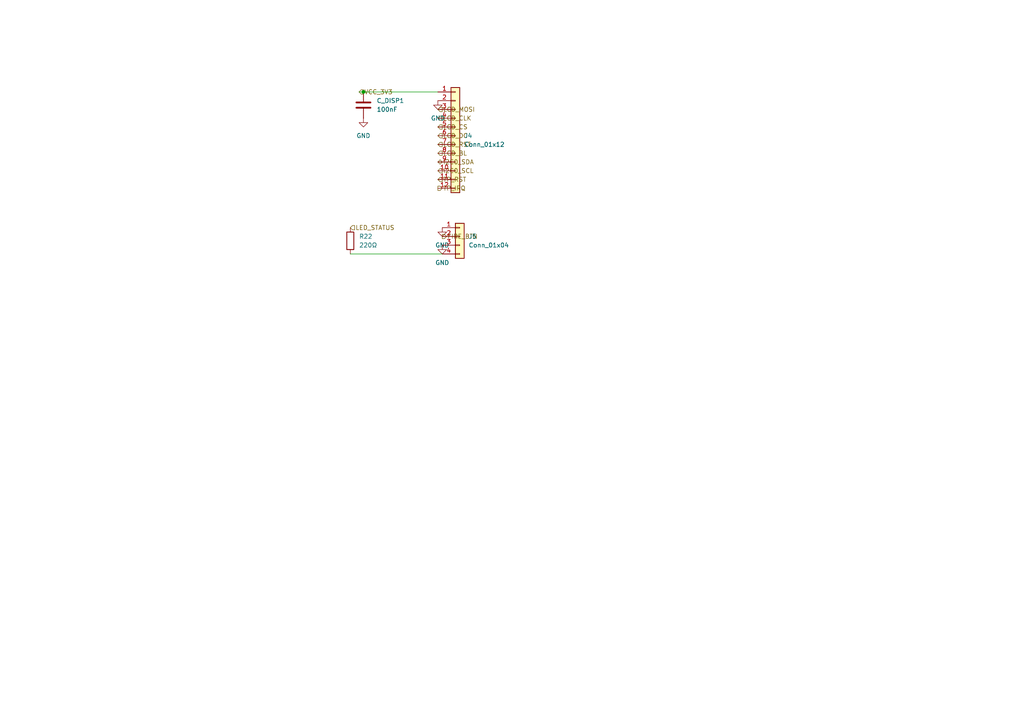
<source format=kicad_sch>
(kicad_sch (version 20250114) (generator "eeschema") (generator_version "9.0")
  (paper "A4")
  (lib_symbols
    (symbol "Connector_Generic:Conn_01x04" (pin_names (offset 1.016) (hide yes))
      (property "Reference" "J" (at 0 5.08 0))
      (property "Value" "Conn_01x04" (at 0 -7.62 0))
      (symbol "Conn_01x04_1_1"
        (rectangle (start -1.27 3.81) (end 1.27 -6.35) (stroke (width 0.254)) (fill (type background)))
        (rectangle (start -1.27 2.667) (end 0 2.413) (stroke (width 0.1524)))
        (rectangle (start -1.27 0.127) (end 0 -0.127) (stroke (width 0.1524)))
        (rectangle (start -1.27 -2.413) (end 0 -2.667) (stroke (width 0.1524)))
        (rectangle (start -1.27 -4.953) (end 0 -5.207) (stroke (width 0.1524)))
        (pin passive line (at -5.08 2.54 0) (length 3.81) (name "Pin_1") (number "1"))
        (pin passive line (at -5.08 0 0) (length 3.81) (name "Pin_2") (number "2"))
        (pin passive line (at -5.08 -2.54 0) (length 3.81) (name "Pin_3") (number "3"))
        (pin passive line (at -5.08 -5.08 0) (length 3.81) (name "Pin_4") (number "4"))
      )
    )
    (symbol "Connector_Generic:Conn_01x12" (pin_names (offset 1.016) (hide yes))
      (property "Reference" "J" (at 0 15.24 0))
      (property "Value" "Conn_01x12" (at 0 -17.78 0))
      (symbol "Conn_01x12_1_1"
        (rectangle (start -1.27 13.97) (end 1.27 -16.51) (stroke (width 0.254)) (fill (type background)))
        (rectangle (start -1.27 12.827) (end 0 12.573) (stroke (width 0.1524)))
        (rectangle (start -1.27 10.287) (end 0 10.033) (stroke (width 0.1524)))
        (rectangle (start -1.27 7.747) (end 0 7.493) (stroke (width 0.1524)))
        (rectangle (start -1.27 5.207) (end 0 4.953) (stroke (width 0.1524)))
        (rectangle (start -1.27 2.667) (end 0 2.413) (stroke (width 0.1524)))
        (rectangle (start -1.27 0.127) (end 0 -0.127) (stroke (width 0.1524)))
        (rectangle (start -1.27 -2.413) (end 0 -2.667) (stroke (width 0.1524)))
        (rectangle (start -1.27 -4.953) (end 0 -5.207) (stroke (width 0.1524)))
        (rectangle (start -1.27 -7.493) (end 0 -7.747) (stroke (width 0.1524)))
        (rectangle (start -1.27 -10.033) (end 0 -10.287) (stroke (width 0.1524)))
        (rectangle (start -1.27 -12.573) (end 0 -12.827) (stroke (width 0.1524)))
        (rectangle (start -1.27 -15.113) (end 0 -15.367) (stroke (width 0.1524)))
        (pin passive line (at -5.08 12.7 0) (length 3.81) (name "Pin_1") (number "1"))
        (pin passive line (at -5.08 10.16 0) (length 3.81) (name "Pin_2") (number "2"))
        (pin passive line (at -5.08 7.62 0) (length 3.81) (name "Pin_3") (number "3"))
        (pin passive line (at -5.08 5.08 0) (length 3.81) (name "Pin_4") (number "4"))
        (pin passive line (at -5.08 2.54 0) (length 3.81) (name "Pin_5") (number "5"))
        (pin passive line (at -5.08 0 0) (length 3.81) (name "Pin_6") (number "6"))
        (pin passive line (at -5.08 -2.54 0) (length 3.81) (name "Pin_7") (number "7"))
        (pin passive line (at -5.08 -5.08 0) (length 3.81) (name "Pin_8") (number "8"))
        (pin passive line (at -5.08 -7.62 0) (length 3.81) (name "Pin_9") (number "9"))
        (pin passive line (at -5.08 -10.16 0) (length 3.81) (name "Pin_10") (number "10"))
        (pin passive line (at -5.08 -12.7 0) (length 3.81) (name "Pin_11") (number "11"))
        (pin passive line (at -5.08 -15.24 0) (length 3.81) (name "Pin_12") (number "12"))
      )
    )
    (symbol "Device:C" (pin_numbers (hide yes)) (pin_names (offset 0.254))
      (property "Reference" "C" (at 0.635 2.54 0))
      (property "Value" "C" (at 0.635 -2.54 0))
      (symbol "C_0_1"
        (polyline (pts (xy -2.032 0.762) (xy 2.032 0.762)) (stroke (width 0.508)))
        (polyline (pts (xy -2.032 -0.762) (xy 2.032 -0.762)) (stroke (width 0.508)))
      )
      (symbol "C_1_1"
        (pin passive line (at 0 3.81 270) (length 2.794) (name "~") (number "1"))
        (pin passive line (at 0 -3.81 90) (length 2.794) (name "~") (number "2"))
      )
    )
    (symbol "Device:R" (pin_numbers (hide yes)) (pin_names (offset 0))
      (property "Reference" "R" (at 2.032 0 90))
      (property "Value" "R" (at 0 0 90))
      (symbol "R_0_1"
        (rectangle (start -1.016 -2.54) (end 1.016 2.54) (stroke (width 0.254)))
      )
      (symbol "R_1_1"
        (pin passive line (at 0 3.81 270) (length 1.27) (name "~") (number "1"))
        (pin passive line (at 0 -3.81 90) (length 1.27) (name "~") (number "2"))
      )
    )
    (symbol "power:GND" (power) (pin_numbers (hide yes)) (pin_names (offset 0) (hide yes))
      (property "Value" "GND" (at 0 -3.81 0))
      (symbol "GND_0_1"
        (polyline (pts (xy 0 0) (xy 0 -1.27) (xy 1.27 -1.27) (xy 0 -2.54) (xy -1.27 -1.27) (xy 0 -1.27)))
      )
      (symbol "GND_1_1"
        (pin power_in line (at 0 0 270) (length 0) (name "~") (number "1"))
      )
    )
  )
  (junction (at 105.41 26.67))
  (wire (pts (xy 105.41 26.67) (xy 127 26.67)))
  (wire (pts (xy 104.14 26.67) (xy 105.41 26.67)))
  (wire (pts (xy 101.6 73.66) (xy 128.27 73.66)))
  (hierarchical_label "LCD_RST" (shape input) (at 127 41.91 0))
  (hierarchical_label "LCD_CS" (shape input) (at 127 36.83 0))
  (hierarchical_label "LCD_CLK" (shape input) (at 127 34.29 0))
  (hierarchical_label "LCD_BL" (shape input) (at 127 44.45 0))
  (hierarchical_label "I2C0_SCL" (shape input) (at 127 49.53 0))
  (hierarchical_label "TP_IRQ" (shape output) (at 127 54.61 0))
  (hierarchical_label "I2C0_SDA" (shape bidirectional) (at 127 46.99 0))
  (hierarchical_label "TP_RST" (shape input) (at 127 52.07 0))
  (hierarchical_label "LED_STATUS" (shape input) (at 101.6 66.04 0))
  (hierarchical_label "LCD_MOSI" (shape input) (at 127 31.75 0))
  (hierarchical_label "VCC_3V3" (shape input) (at 104.14 26.67 0))
  (hierarchical_label "FIRE_BTN" (shape output) (at 128.27 68.58 0))
  (hierarchical_label "LCD_DC" (shape input) (at 127 39.37 0))
  (symbol (lib_id "Device:R") (at 101.6 69.85 0) (unit 1)
    (property "Reference" "R22" (at 104.14 68.5799 0) (effects (justify left)))
    (property "Value" "220Ω" (at 104.14 71.1199 0) (effects (justify left)))
    (property "Footprint" "Resistor_SMD:R_0402_1005Metric" (effects (hide yes)))
    (property "Description" "Resistor" (effects (hide yes)))
  )
  (symbol (lib_id "Connector_Generic:Conn_01x12") (at 132.08 39.37 0) (unit 1)
    (property "Reference" "J4" (at 134.62 39.3699 0) (effects (justify left)))
    (property "Value" "Conn_01x12" (at 134.62 41.9099 0) (effects (justify left)))
    (property "Footprint" "Connector_JST:JST_GH_SM12B-GHS-TB_1x12-1MP_P1.25mm_Horizontal" (effects (hide yes)))
    (property "Description" "Generic connector, single row, 01x12, script generated (kicad-library-utils/schlib/autogen/connector/)" (effects (hide yes)))
  )
  (symbol (lib_id "Device:C") (at 105.41 30.48 0) (unit 1)
    (property "Reference" "C_DISP1" (at 109.22 29.2099 0) (effects (justify left)))
    (property "Value" "100nF" (at 109.22 31.7499 0) (effects (justify left)))
    (property "Footprint" "Capacitor_SMD:C_0402_1005Metric" (effects (hide yes)))
    (property "Description" "Unpolarized capacitor" (effects (hide yes)))
  )
  (symbol (lib_id "power:GND") (at 128.27 71.12 0) (unit 1)
    (property "Reference" "#PWR074" (effects (hide yes)))
    (property "Value" "GND" (at 128.27 76.2 0))
    (property "Description" "Power symbol creates a global label with name \"GND\" , ground" (effects (hide yes)))
  )
  (symbol (lib_id "power:GND") (at 127 29.21 0) (unit 1)
    (property "Reference" "#PWR072" (effects (hide yes)))
    (property "Value" "GND" (at 127 34.29 0))
    (property "Description" "Power symbol creates a global label with name \"GND\" , ground" (effects (hide yes)))
  )
  (symbol (lib_id "Connector_Generic:Conn_01x04") (at 133.35 68.58 0) (unit 1)
    (property "Reference" "J5" (at 135.89 68.5799 0) (effects (justify left)))
    (property "Value" "Conn_01x04" (at 135.89 71.1199 0) (effects (justify left)))
    (property "Footprint" "Connector_JST:JST_XH_B4B-XH-A_1x04_P2.50mm_Vertical" (effects (hide yes)))
    (property "Description" "Generic connector, single row, 01x04, script generated (kicad-library-utils/schlib/autogen/connector/)" (effects (hide yes)))
  )
  (symbol (lib_id "power:GND") (at 105.41 34.29 0) (unit 1)
    (property "Reference" "#PWR071" (effects (hide yes)))
    (property "Value" "GND" (at 105.41 39.37 0))
    (property "Description" "Power symbol creates a global label with name \"GND\" , ground" (effects (hide yes)))
  )
  (symbol (lib_id "power:GND") (at 128.27 66.04 0) (unit 1)
    (property "Reference" "#PWR073" (effects (hide yes)))
    (property "Value" "GND" (at 128.27 71.12 0))
    (property "Description" "Power symbol creates a global label with name \"GND\" , ground" (effects (hide yes)))
  )
)
</source>
